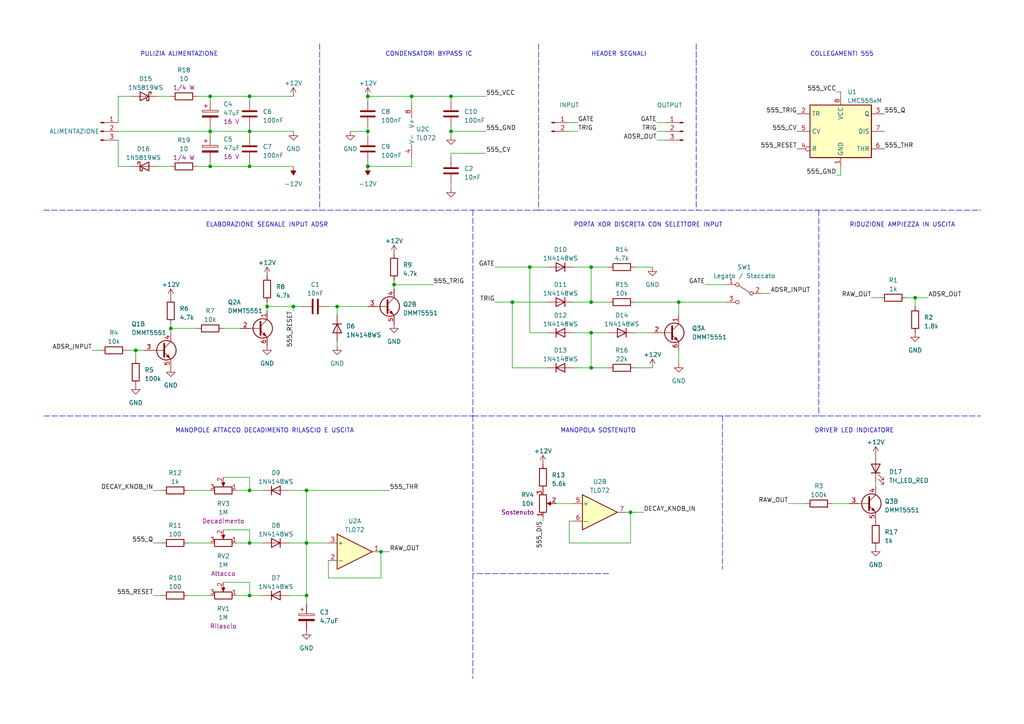
<source format=kicad_sch>
(kicad_sch (version 20230121) (generator eeschema)
  (paper "A4")
  (title_block (title "GENERATORE DI INVILUPPO ADSR") (date "2023-03-20") (rev "1"))
  (lib_symbols
    (symbol "Amplifier_Operational:TL072" (pin_names (offset 0.127))
      (property "Reference" "U" (at 0 5.08 0))
      (property "Value" "TL072" (at 0 -5.08 0))
      (symbol "TL072_1_1"
        (polyline (pts (xy -5.08 5.08) (xy 5.08 0) (xy -5.08 -5.08) (xy -5.08 5.08)) (stroke (width 0.254)) (fill (type background)))
        (pin output line (at 7.62 0 180) (length 2.54) (name "~") (number "1"))
        (pin input line (at -7.62 -2.54 0) (length 2.54) (name "-") (number "2"))
        (pin input line (at -7.62 2.54 0) (length 2.54) (name "+") (number "3"))
      )
      (symbol "TL072_2_1"
        (polyline (pts (xy -5.08 5.08) (xy 5.08 0) (xy -5.08 -5.08) (xy -5.08 5.08)) (stroke (width 0.254)) (fill (type background)))
        (pin input line (at -7.62 2.54 0) (length 2.54) (name "+") (number "5"))
        (pin input line (at -7.62 -2.54 0) (length 2.54) (name "-") (number "6"))
        (pin output line (at 7.62 0 180) (length 2.54) (name "~") (number "7"))
      )
      (symbol "TL072_3_1"
        (pin power_in line (at -2.54 -7.62 90) (length 3.81) (name "V-") (number "4"))
        (pin power_in line (at -2.54 7.62 270) (length 3.81) (name "V+") (number "8"))
      )
    )
    (symbol "Connector:Conn_01x02_Pin" (pin_names (offset 1.016) hide)
      (property "Reference" "J" (at 0 2.54 0))
      (property "Value" "Conn_01x02_Pin" (at 0 -5.08 0))
      (symbol "Conn_01x02_Pin_1_1"
        (polyline (pts (xy 1.27 -2.54) (xy 0.8636 -2.54)) (stroke (width 0.1524)))
        (polyline (pts (xy 1.27 0) (xy 0.8636 0)) (stroke (width 0.1524)))
        (rectangle (start 0.8636 -2.413) (end 0 -2.667) (stroke (width 0.1524)) (fill (type outline)))
        (rectangle (start 0.8636 0.127) (end 0 -0.127) (stroke (width 0.1524)) (fill (type outline)))
        (pin passive line (at 5.08 0 180) (length 3.81) (name "Pin_1") (number "1"))
        (pin passive line (at 5.08 -2.54 180) (length 3.81) (name "Pin_2") (number "2"))
      )
    )
    (symbol "Connector:Conn_01x03_Pin" (pin_names (offset 1.016) hide)
      (property "Reference" "J" (at 0 5.08 0))
      (property "Value" "Conn_01x03_Pin" (at 0 -5.08 0))
      (symbol "Conn_01x03_Pin_1_1"
        (polyline (pts (xy 1.27 -2.54) (xy 0.8636 -2.54)) (stroke (width 0.1524)))
        (polyline (pts (xy 1.27 0) (xy 0.8636 0)) (stroke (width 0.1524)))
        (polyline (pts (xy 1.27 2.54) (xy 0.8636 2.54)) (stroke (width 0.1524)))
        (rectangle (start 0.8636 -2.413) (end 0 -2.667) (stroke (width 0.1524)) (fill (type outline)))
        (rectangle (start 0.8636 0.127) (end 0 -0.127) (stroke (width 0.1524)) (fill (type outline)))
        (rectangle (start 0.8636 2.667) (end 0 2.413) (stroke (width 0.1524)) (fill (type outline)))
        (pin passive line (at 5.08 2.54 180) (length 3.81) (name "Pin_1") (number "1"))
        (pin passive line (at 5.08 0 180) (length 3.81) (name "Pin_2") (number "2"))
        (pin passive line (at 5.08 -2.54 180) (length 3.81) (name "Pin_3") (number "3"))
      )
    )
    (symbol "Device:C" (pin_numbers hide) (pin_names (offset 0.254))
      (property "Reference" "C" (at 0.635 2.54 0))
      (property "Value" "C" (at 0.635 -2.54 0))
      (symbol "C_0_1"
        (polyline (pts (xy -2.032 -0.762) (xy 2.032 -0.762)) (stroke (width 0.508)))
        (polyline (pts (xy -2.032 0.762) (xy 2.032 0.762)) (stroke (width 0.508)))
      )
      (symbol "C_1_1"
        (pin passive line (at 0 3.81 270) (length 2.794) (name "~") (number "1"))
        (pin passive line (at 0 -3.81 90) (length 2.794) (name "~") (number "2"))
      )
    )
    (symbol "Device:C_Polarized" (pin_numbers hide) (pin_names (offset 0.254))
      (property "Reference" "C" (at 0.635 2.54 0))
      (property "Value" "C_Polarized" (at 0.635 -2.54 0))
      (symbol "C_Polarized_0_1"
        (rectangle (start -2.286 0.508) (end 2.286 1.016))
        (polyline (pts (xy -1.778 2.286) (xy -0.762 2.286)))
        (polyline (pts (xy -1.27 2.794) (xy -1.27 1.778)))
        (rectangle (start 2.286 -0.508) (end -2.286 -1.016) (fill (type outline)))
      )
      (symbol "C_Polarized_1_1"
        (pin passive line (at 0 3.81 270) (length 2.794) (name "~") (number "1"))
        (pin passive line (at 0 -3.81 90) (length 2.794) (name "~") (number "2"))
      )
    )
    (symbol "Device:LED" (pin_numbers hide) (pin_names (offset 1.016) hide)
      (property "Reference" "D" (at 0 2.54 0))
      (property "Value" "LED" (at 0 -2.54 0))
      (symbol "LED_0_1"
        (polyline (pts (xy -1.27 -1.27) (xy -1.27 1.27)) (stroke (width 0.254)))
        (polyline (pts (xy -1.27 0) (xy 1.27 0)))
        (polyline (pts (xy 1.27 -1.27) (xy 1.27 1.27) (xy -1.27 0) (xy 1.27 -1.27)) (stroke (width 0.254)))
        (polyline (pts (xy -3.048 -0.762) (xy -4.572 -2.286) (xy -3.81 -2.286) (xy -4.572 -2.286) (xy -4.572 -1.524)))
        (polyline (pts (xy -1.778 -0.762) (xy -3.302 -2.286) (xy -2.54 -2.286) (xy -3.302 -2.286) (xy -3.302 -1.524)))
      )
      (symbol "LED_1_1"
        (pin passive line (at -3.81 0 0) (length 2.54) (name "K") (number "1"))
        (pin passive line (at 3.81 0 180) (length 2.54) (name "A") (number "2"))
      )
    )
    (symbol "Device:R" (pin_numbers hide) (pin_names (offset 0))
      (property "Reference" "R" (at 2.032 0 90))
      (property "Value" "R" (at 0 0 90))
      (symbol "R_0_1"
        (rectangle (start -1.016 -2.54) (end 1.016 2.54) (stroke (width 0.254)))
      )
      (symbol "R_1_1"
        (pin passive line (at 0 3.81 270) (length 1.27) (name "~") (number "1"))
        (pin passive line (at 0 -3.81 90) (length 1.27) (name "~") (number "2"))
      )
    )
    (symbol "Device:R_Potentiometer" (pin_names (offset 1.016) hide)
      (property "Reference" "RV" (at -4.445 0 90))
      (property "Value" "R_Potentiometer" (at -2.54 0 90))
      (symbol "R_Potentiometer_0_1"
        (polyline (pts (xy 2.54 0) (xy 1.524 0)))
        (polyline (pts (xy 1.143 0) (xy 2.286 0.508) (xy 2.286 -0.508) (xy 1.143 0)) (fill (type outline)))
        (rectangle (start 1.016 2.54) (end -1.016 -2.54) (stroke (width 0.254)))
      )
      (symbol "R_Potentiometer_1_1"
        (pin passive line (at 0 3.81 270) (length 1.27) (name "1") (number "1"))
        (pin passive line (at 3.81 0 180) (length 1.27) (name "2") (number "2"))
        (pin passive line (at 0 -3.81 90) (length 1.27) (name "3") (number "3"))
      )
    )
    (symbol "Diode:1N4148WS" (pin_numbers hide) (pin_names hide)
      (property "Reference" "D" (at 0 2.54 0))
      (property "Value" "1N4148WS" (at 0 -2.54 0))
      (symbol "1N4148WS_0_1"
        (polyline (pts (xy -1.27 1.27) (xy -1.27 -1.27)) (stroke (width 0.254)))
        (polyline (pts (xy 1.27 0) (xy -1.27 0)))
        (polyline (pts (xy 1.27 1.27) (xy 1.27 -1.27) (xy -1.27 0) (xy 1.27 1.27)) (stroke (width 0.254)))
      )
      (symbol "1N4148WS_1_1"
        (pin passive line (at -3.81 0 0) (length 2.54) (name "K") (number "1"))
        (pin passive line (at 3.81 0 180) (length 2.54) (name "A") (number "2"))
      )
    )
    (symbol "Diode:1N5819WS" (pin_numbers hide) (pin_names (offset 1.016) hide)
      (property "Reference" "D" (at 0 2.54 0))
      (property "Value" "1N5819WS" (at 0 -2.54 0))
      (symbol "1N5819WS_0_1"
        (polyline (pts (xy 1.27 0) (xy -1.27 0)))
        (polyline (pts (xy 1.27 1.27) (xy 1.27 -1.27) (xy -1.27 0) (xy 1.27 1.27)) (stroke (width 0.254)))
        (polyline (pts (xy -1.905 0.635) (xy -1.905 1.27) (xy -1.27 1.27) (xy -1.27 -1.27) (xy -0.635 -1.27) (xy -0.635 -0.635)) (stroke (width 0.254)))
      )
      (symbol "1N5819WS_1_1"
        (pin passive line (at -3.81 0 0) (length 2.54) (name "K") (number "1"))
        (pin passive line (at 3.81 0 180) (length 2.54) (name "A") (number "2"))
      )
    )
    (symbol "Switch:SW_SPDT" (pin_names (offset 0) hide)
      (property "Reference" "SW" (at 0 4.318 0))
      (property "Value" "SW_SPDT" (at 0 -5.08 0))
      (symbol "SW_SPDT_0_0"
        (circle (center -2.032 0) (radius 0.508))
        (circle (center 2.032 -2.54) (radius 0.508))
      )
      (symbol "SW_SPDT_0_1"
        (polyline (pts (xy -1.524 0.254) (xy 1.651 2.286)))
        (circle (center 2.032 2.54) (radius 0.508))
      )
      (symbol "SW_SPDT_1_1"
        (pin passive line (at 5.08 2.54 180) (length 2.54) (name "A") (number "1"))
        (pin passive line (at -5.08 0 0) (length 2.54) (name "B") (number "2"))
        (pin passive line (at 5.08 -2.54 180) (length 2.54) (name "C") (number "3"))
      )
    )
    (symbol "Timer:LMC555xM"
      (property "Reference" "U" (at -10.16 8.89 0))
      (property "Value" "LMC555xM" (at 2.54 8.89 0))
      (symbol "LMC555xM_0_0"
        (pin power_in line (at 0 -10.16 90) (length 2.54) (name "GND") (number "1"))
        (pin power_in line (at 0 10.16 270) (length 2.54) (name "VCC") (number "8"))
      )
      (symbol "LMC555xM_0_1"
        (rectangle (start -8.89 -7.62) (end 8.89 7.62) (stroke (width 0.254)) (fill (type background)))
        (rectangle (start -8.89 -7.62) (end 8.89 7.62) (stroke (width 0.254)) (fill (type background)))
      )
      (symbol "LMC555xM_1_1"
        (pin input line (at -12.7 5.08 0) (length 3.81) (name "TR") (number "2"))
        (pin output line (at 12.7 5.08 180) (length 3.81) (name "Q") (number "3"))
        (pin input inverted (at -12.7 -5.08 0) (length 3.81) (name "R") (number "4"))
        (pin input line (at -12.7 0 0) (length 3.81) (name "CV") (number "5"))
        (pin input line (at 12.7 -5.08 180) (length 3.81) (name "THR") (number "6"))
        (pin input line (at 12.7 0 180) (length 3.81) (name "DIS") (number "7"))
      )
    )
    (symbol "Transistor_BJT:DMMT5551" (pin_names (offset 0) hide)
      (property "Reference" "Q" (at 5.08 2.54 0))
      (property "Value" "DMMT5551" (at 5.08 0 0))
      (symbol "DMMT5551_0_1"
        (polyline (pts (xy 0.635 0) (xy -2.54 0)))
        (polyline (pts (xy 0.635 0.635) (xy 2.54 2.54)))
        (polyline (pts (xy 0.635 -0.635) (xy 2.54 -2.54) (xy 2.54 -2.54)))
        (polyline (pts (xy 0.635 1.905) (xy 0.635 -1.905) (xy 0.635 -1.905)) (stroke (width 0.508)))
        (polyline (pts (xy 1.27 -1.778) (xy 1.778 -1.27) (xy 2.286 -2.286) (xy 1.27 -1.778) (xy 1.27 -1.778)) (fill (type outline)))
        (circle (center 1.27 0) (radius 2.8194) (stroke (width 0.254)))
      )
      (symbol "DMMT5551_1_1"
        (pin passive line (at 2.54 5.08 270) (length 2.54) (name "C1") (number "1"))
        (pin input line (at -5.08 0 0) (length 2.54) (name "B1") (number "2"))
        (pin passive line (at 2.54 -5.08 90) (length 2.54) (name "E1") (number "6"))
      )
      (symbol "DMMT5551_2_1"
        (pin input line (at -5.08 0 0) (length 2.54) (name "B1") (number "3"))
        (pin passive line (at 2.54 5.08 270) (length 2.54) (name "C1") (number "4"))
        (pin passive line (at 2.54 -5.08 90) (length 2.54) (name "E1") (number "5"))
      )
    )
    (symbol "power:+12V" (power) (pin_names (offset 0))
      (property "Value" "+12V" (at 0 3.556 0))
      (symbol "+12V_0_1"
        (polyline (pts (xy -0.762 1.27) (xy 0 2.54)))
        (polyline (pts (xy 0 0) (xy 0 2.54)))
        (polyline (pts (xy 0 2.54) (xy 0.762 1.27)))
      )
      (symbol "+12V_1_1"
        (pin power_in line (at 0 0 90) (length 0) hide (name "+12V") (number "1"))
      )
    )
    (symbol "power:-12V" (power) (pin_names (offset 0))
      (property "Value" "-12V" (at 0 3.81 0))
      (symbol "-12V_0_0"
        (pin power_in line (at 0 0 90) (length 0) hide (name "-12V") (number "1"))
      )
      (symbol "-12V_0_1"
        (polyline (pts (xy 0 0) (xy 0 1.27) (xy 0.762 1.27) (xy 0 2.54) (xy -0.762 1.27) (xy 0 1.27)) (fill (type outline)))
      )
    )
    (symbol "power:GND" (power) (pin_names (offset 0))
      (property "Value" "GND" (at 0 -3.81 0))
      (symbol "GND_0_1"
        (polyline (pts (xy 0 0) (xy 0 -1.27) (xy 1.27 -1.27) (xy 0 -2.54) (xy -1.27 -1.27) (xy 0 -1.27)))
      )
      (symbol "GND_1_1"
        (pin power_in line (at 0 0 270) (length 0) hide (name "GND") (number "1"))
      )
    )
  )
  (junction (at 106.68 38.1))
  (junction (at 153.67 77.47))
  (junction (at 72.39 142.24))
  (junction (at 171.45 106.68))
  (junction (at 72.39 157.48))
  (junction (at 97.79 88.9))
  (junction (at 85.09 88.9))
  (junction (at 130.81 27.94))
  (junction (at 182.88 148.59))
  (junction (at 148.59 87.63))
  (junction (at 171.45 87.63))
  (junction (at 60.96 48.26))
  (junction (at 88.9 172.72))
  (junction (at 77.47 88.9))
  (junction (at 88.9 142.24))
  (junction (at 171.45 77.47))
  (junction (at 196.85 87.63))
  (junction (at 72.39 38.1))
  (junction (at 265.43 86.36))
  (junction (at 88.9 157.48))
  (junction (at 72.39 48.26))
  (junction (at 60.96 27.94))
  (junction (at 39.37 101.6))
  (junction (at 119.38 27.94))
  (junction (at 106.68 48.26))
  (junction (at 110.49 160.02))
  (junction (at 72.39 172.72))
  (junction (at 171.45 96.52))
  (junction (at 49.53 95.25))
  (junction (at 60.96 38.1))
  (junction (at 114.3 82.55))
  (junction (at 72.39 27.94))
  (junction (at 130.81 38.1))
  (junction (at 106.68 27.94))
  (wire (pts (xy 60.96 27.94) (xy 60.96 29.21)))
  (polyline (pts (xy 156.21 12.7) (xy 156.21 60.96)) (stroke (width 0) (type dash)))
  (wire (pts (xy 243.84 26.67) (xy 243.84 27.94)))
  (wire (pts (xy 130.81 54.61) (xy 130.81 53.34)))
  (wire (pts (xy 88.9 157.48) (xy 95.25 157.48)))
  (wire (pts (xy 88.9 142.24) (xy 88.9 157.48)))
  (wire (pts (xy 143.51 87.63) (xy 148.59 87.63)))
  (polyline (pts (xy 137.16 120.65) (xy 284.48 120.65)) (stroke (width 0) (type dash)))
  (wire (pts (xy 72.39 172.72) (xy 76.2 172.72)))
  (wire (pts (xy 196.85 87.63) (xy 210.82 87.63)))
  (wire (pts (xy 196.85 87.63) (xy 196.85 91.44)))
  (wire (pts (xy 72.39 48.26) (xy 85.09 48.26)))
  (wire (pts (xy 114.3 81.28) (xy 114.3 82.55)))
  (wire (pts (xy 77.47 88.9) (xy 77.47 90.17)))
  (wire (pts (xy 119.38 45.72) (xy 119.38 48.26)))
  (wire (pts (xy 49.53 95.25) (xy 49.53 96.52)))
  (wire (pts (xy 140.97 44.45) (xy 130.81 44.45)))
  (wire (pts (xy 54.61 172.72) (xy 60.96 172.72)))
  (wire (pts (xy 171.45 77.47) (xy 176.53 77.47)))
  (wire (pts (xy 95.25 88.9) (xy 97.79 88.9)))
  (wire (pts (xy 166.37 151.13) (xy 165.1 151.13)))
  (wire (pts (xy 85.09 88.9) (xy 85.09 90.17)))
  (wire (pts (xy 252.73 86.36) (xy 255.27 86.36)))
  (wire (pts (xy 88.9 172.72) (xy 88.9 157.48)))
  (wire (pts (xy 72.39 27.94) (xy 85.09 27.94)))
  (wire (pts (xy 196.85 101.6) (xy 196.85 105.41)))
  (wire (pts (xy 97.79 99.06) (xy 97.79 100.33)))
  (wire (pts (xy 153.67 96.52) (xy 153.67 77.47)))
  (wire (pts (xy 167.64 35.56) (xy 165.1 35.56)))
  (polyline (pts (xy 237.49 60.96) (xy 237.49 120.65)) (stroke (width 0) (type dash)))
  (wire (pts (xy 106.68 46.99) (xy 106.68 48.26)))
  (wire (pts (xy 265.43 86.36) (xy 265.43 88.9)))
  (wire (pts (xy 106.68 38.1) (xy 106.68 39.37)))
  (wire (pts (xy 72.39 153.67) (xy 72.39 157.48)))
  (wire (pts (xy 60.96 36.83) (xy 60.96 38.1)))
  (wire (pts (xy 64.77 138.43) (xy 72.39 138.43)))
  (wire (pts (xy 45.72 27.94) (xy 49.53 27.94)))
  (wire (pts (xy 130.81 27.94) (xy 130.81 29.21)))
  (wire (pts (xy 49.53 93.98) (xy 49.53 95.25)))
  (wire (pts (xy 157.48 149.86) (xy 157.48 151.13)))
  (wire (pts (xy 34.29 35.56) (xy 34.29 27.94)))
  (polyline (pts (xy 137.16 120.65) (xy 137.16 196.85)) (stroke (width 0) (type dash)))
  (wire (pts (xy 49.53 95.25) (xy 57.15 95.25)))
  (wire (pts (xy 77.47 88.9) (xy 85.09 88.9)))
  (wire (pts (xy 106.68 29.21) (xy 106.68 27.94)))
  (wire (pts (xy 34.29 27.94) (xy 38.1 27.94)))
  (wire (pts (xy 68.58 142.24) (xy 72.39 142.24)))
  (wire (pts (xy 265.43 86.36) (xy 269.24 86.36)))
  (wire (pts (xy 148.59 106.68) (xy 148.59 87.63)))
  (wire (pts (xy 39.37 104.14) (xy 39.37 101.6)))
  (wire (pts (xy 176.53 106.68) (xy 171.45 106.68)))
  (wire (pts (xy 95.25 162.56) (xy 95.25 167.64)))
  (wire (pts (xy 54.61 157.48) (xy 60.96 157.48)))
  (wire (pts (xy 184.15 96.52) (xy 189.23 96.52)))
  (wire (pts (xy 171.45 87.63) (xy 171.45 77.47)))
  (wire (pts (xy 34.29 40.64) (xy 34.29 48.26)))
  (wire (pts (xy 68.58 157.48) (xy 72.39 157.48)))
  (wire (pts (xy 166.37 106.68) (xy 171.45 106.68)))
  (wire (pts (xy 182.88 157.48) (xy 182.88 148.59)))
  (wire (pts (xy 130.81 44.45) (xy 130.81 45.72)))
  (wire (pts (xy 44.45 142.24) (xy 46.99 142.24)))
  (wire (pts (xy 171.45 87.63) (xy 176.53 87.63)))
  (wire (pts (xy 34.29 48.26) (xy 38.1 48.26)))
  (wire (pts (xy 54.61 142.24) (xy 60.96 142.24)))
  (wire (pts (xy 130.81 36.83) (xy 130.81 38.1)))
  (wire (pts (xy 72.39 168.91) (xy 72.39 172.72)))
  (wire (pts (xy 262.89 86.36) (xy 265.43 86.36)))
  (polyline (pts (xy 92.71 12.7) (xy 92.71 60.96)) (stroke (width 0) (type dash)))
  (wire (pts (xy 83.82 157.48) (xy 88.9 157.48)))
  (wire (pts (xy 72.39 38.1) (xy 60.96 38.1)))
  (wire (pts (xy 72.39 39.37) (xy 72.39 38.1)))
  (wire (pts (xy 242.57 26.67) (xy 243.84 26.67)))
  (wire (pts (xy 184.15 77.47) (xy 189.23 77.47)))
  (wire (pts (xy 158.75 96.52) (xy 153.67 96.52)))
  (wire (pts (xy 171.45 96.52) (xy 171.45 106.68)))
  (wire (pts (xy 114.3 82.55) (xy 125.73 82.55)))
  (wire (pts (xy 181.61 148.59) (xy 182.88 148.59)))
  (wire (pts (xy 254 139.7) (xy 254 140.97)))
  (wire (pts (xy 95.25 167.64) (xy 110.49 167.64)))
  (wire (pts (xy 165.1 38.1) (xy 167.64 38.1)))
  (polyline (pts (xy 137.16 60.96) (xy 137.16 120.65)) (stroke (width 0) (type dash)))
  (polyline (pts (xy 12.7 120.65) (xy 137.16 120.65)) (stroke (width 0) (type dash)))
  (wire (pts (xy 119.38 27.94) (xy 130.81 27.94)))
  (wire (pts (xy 110.49 167.64) (xy 110.49 160.02)))
  (wire (pts (xy 97.79 91.44) (xy 97.79 88.9)))
  (wire (pts (xy 97.79 88.9) (xy 106.68 88.9)))
  (wire (pts (xy 182.88 148.59) (xy 186.69 148.59)))
  (wire (pts (xy 26.67 101.6) (xy 29.21 101.6)))
  (wire (pts (xy 72.39 27.94) (xy 72.39 29.21)))
  (wire (pts (xy 110.49 160.02) (xy 113.03 160.02)))
  (wire (pts (xy 72.39 142.24) (xy 76.2 142.24)))
  (wire (pts (xy 166.37 77.47) (xy 171.45 77.47)))
  (wire (pts (xy 60.96 39.37) (xy 60.96 38.1)))
  (wire (pts (xy 44.45 157.48) (xy 46.99 157.48)))
  (wire (pts (xy 64.77 168.91) (xy 72.39 168.91)))
  (wire (pts (xy 68.58 172.72) (xy 72.39 172.72)))
  (wire (pts (xy 87.63 88.9) (xy 85.09 88.9)))
  (polyline (pts (xy 209.55 120.65) (xy 209.55 165.1)) (stroke (width 0) (type dash)))
  (wire (pts (xy 166.37 87.63) (xy 171.45 87.63)))
  (polyline (pts (xy 156.21 60.96) (xy 284.48 60.96)) (stroke (width 0) (type dash)))
  (wire (pts (xy 72.39 157.48) (xy 76.2 157.48)))
  (wire (pts (xy 204.47 82.55) (xy 210.82 82.55)))
  (wire (pts (xy 64.77 95.25) (xy 69.85 95.25)))
  (wire (pts (xy 130.81 27.94) (xy 140.97 27.94)))
  (wire (pts (xy 148.59 87.63) (xy 158.75 87.63)))
  (wire (pts (xy 45.72 48.26) (xy 49.53 48.26)))
  (wire (pts (xy 143.51 77.47) (xy 153.67 77.47)))
  (wire (pts (xy 106.68 27.94) (xy 119.38 27.94)))
  (wire (pts (xy 77.47 87.63) (xy 77.47 88.9)))
  (wire (pts (xy 190.5 35.56) (xy 193.04 35.56)))
  (polyline (pts (xy 201.93 12.7) (xy 201.93 60.96)) (stroke (width 0) (type dash)))
  (wire (pts (xy 190.5 38.1) (xy 193.04 38.1)))
  (wire (pts (xy 106.68 48.26) (xy 119.38 48.26)))
  (wire (pts (xy 72.39 48.26) (xy 72.39 46.99)))
  (wire (pts (xy 161.29 146.05) (xy 166.37 146.05)))
  (wire (pts (xy 119.38 27.94) (xy 119.38 30.48)))
  (wire (pts (xy 130.81 38.1) (xy 140.97 38.1)))
  (wire (pts (xy 165.1 151.13) (xy 165.1 157.48)))
  (wire (pts (xy 60.96 27.94) (xy 72.39 27.94)))
  (wire (pts (xy 60.96 48.26) (xy 72.39 48.26)))
  (wire (pts (xy 57.15 48.26) (xy 60.96 48.26)))
  (wire (pts (xy 72.39 38.1) (xy 85.09 38.1)))
  (wire (pts (xy 176.53 96.52) (xy 171.45 96.52)))
  (wire (pts (xy 241.3 146.05) (xy 246.38 146.05)))
  (wire (pts (xy 64.77 153.67) (xy 72.39 153.67)))
  (wire (pts (xy 165.1 157.48) (xy 182.88 157.48)))
  (polyline (pts (xy 12.7 60.96) (xy 92.71 60.96)) (stroke (width 0) (type dash)))
  (wire (pts (xy 106.68 36.83) (xy 106.68 38.1)))
  (wire (pts (xy 158.75 106.68) (xy 148.59 106.68)))
  (wire (pts (xy 34.29 38.1) (xy 60.96 38.1)))
  (wire (pts (xy 36.83 101.6) (xy 39.37 101.6)))
  (polyline (pts (xy 176.53 166.37) (xy 137.16 166.37)) (stroke (width 0) (type dash)))
  (wire (pts (xy 166.37 96.52) (xy 171.45 96.52)))
  (wire (pts (xy 88.9 172.72) (xy 88.9 175.26)))
  (wire (pts (xy 101.6 38.1) (xy 106.68 38.1)))
  (wire (pts (xy 184.15 106.68) (xy 189.23 106.68)))
  (wire (pts (xy 184.15 87.63) (xy 196.85 87.63)))
  (wire (pts (xy 242.57 50.8) (xy 243.84 50.8)))
  (wire (pts (xy 72.39 36.83) (xy 72.39 38.1)))
  (wire (pts (xy 233.68 146.05) (xy 228.6 146.05)))
  (wire (pts (xy 220.98 85.09) (xy 223.52 85.09)))
  (wire (pts (xy 190.5 40.64) (xy 193.04 40.64)))
  (wire (pts (xy 39.37 101.6) (xy 41.91 101.6)))
  (wire (pts (xy 60.96 48.26) (xy 60.96 46.99)))
  (wire (pts (xy 153.67 77.47) (xy 158.75 77.47)))
  (wire (pts (xy 88.9 142.24) (xy 113.03 142.24)))
  (wire (pts (xy 130.81 38.1) (xy 130.81 39.37)))
  (wire (pts (xy 57.15 27.94) (xy 60.96 27.94)))
  (wire (pts (xy 44.45 172.72) (xy 46.99 172.72)))
  (wire (pts (xy 83.82 142.24) (xy 88.9 142.24)))
  (wire (pts (xy 114.3 82.55) (xy 114.3 83.82)))
  (wire (pts (xy 83.82 172.72) (xy 88.9 172.72)))
  (wire (pts (xy 243.84 50.8) (xy 243.84 48.26)))
  (polyline (pts (xy 92.71 60.96) (xy 156.21 60.96)) (stroke (width 0) (type dash)))
  (wire (pts (xy 72.39 138.43) (xy 72.39 142.24)))
  (text "DRIVER LED INDICATORE\n" (at 236.22 125.73 0) (effects (font (size 1.27 1.27)) (justify left bottom)))
  (text "MANOPOLA SOSTENUTO" (at 162.56 125.73 0) (effects (font (size 1.27 1.27)) (justify left bottom)))
  (text "PORTA XOR DISCRETA CON SELETTORE INPUT\n" (at 166.37 66.04 0) (effects (font (size 1.27 1.27)) (justify left bottom)))
  (text "MANOPOLE ATTACCO DECADIMENTO RILASCIO E USCITA\n" (at 50.8 125.73 0) (effects (font (size 1.27 1.27)) (justify left bottom)))
  (text "PULIZIA ALIMENTAZIONE\n" (at 40.64 16.51 0) (effects (font (size 1.27 1.27)) (justify left bottom)))
  (text "ELABORAZIONE SEGNALE INPUT ADSR" (at 59.69 66.04 0) (effects (font (size 1.27 1.27)) (justify left bottom)))
  (text "CONDENSATORI BYPASS IC" (at 111.76 16.51 0) (effects (font (size 1.27 1.27)) (justify left bottom)))
  (text "HEADER SEGNALI" (at 171.45 16.51 0) (effects (font (size 1.27 1.27)) (justify left bottom)))
  (text "RIDUZIONE AMPIEZZA IN USCITA" (at 246.38 66.04 0) (effects (font (size 1.27 1.27)) (justify left bottom)))
  (text "COLLEGAMENTI 555" (at 234.95 16.51 0) (effects (font (size 1.27 1.27)) (justify left bottom)))
  (label "GATE" (at 204.47 82.55 180))
  (label "ADSR_OUT" (at 190.5 40.64 180))
  (label "DECAY_KNOB_IN" (at 44.45 142.24 180))
  (label "GATE" (at 143.51 77.47 180))
  (label "555_Q" (at 44.45 157.48 180))
  (label "ADSR_OUT" (at 269.24 86.36 0))
  (label "555_VCC" (at 242.57 26.67 180))
  (label "RAW_OUT" (at 252.73 86.36 180))
  (label "555_CV" (at 231.14 38.1 180))
  (label "RAW_OUT" (at 228.6 146.05 180))
  (label "TRIG" (at 190.5 38.1 180))
  (label "DECAY_KNOB_IN" (at 186.69 148.59 0))
  (label "TRIG" (at 143.51 87.63 180))
  (label "ADSR_INPUT" (at 26.67 101.6 180))
  (label "555_TRIG" (at 231.14 33.02 180))
  (label "ADSR_INPUT" (at 223.52 85.09 0))
  (label "555_RESET" (at 44.45 172.72 180))
  (label "TRIG" (at 167.64 38.1 0))
  (label "555_GND" (at 140.97 38.1 0))
  (label "RAW_OUT" (at 113.03 160.02 0))
  (label "555_Q" (at 256.54 33.02 0))
  (label "555_DIS" (at 157.48 151.13 270))
  (label "555_THR" (at 113.03 142.24 0))
  (label "555_RESET" (at 231.14 43.18 180))
  (label "555_RESET" (at 85.09 90.17 270))
  (label "GATE" (at 167.64 35.56 0))
  (label "555_GND" (at 242.57 50.8 180))
  (label "GATE" (at 190.5 35.56 180))
  (label "555_THR" (at 256.54 43.18 0))
  (label "555_TRIG" (at 125.73 82.55 0))
  (label "555_VCC" (at 140.97 27.94 0))
  (label "555_CV" (at 140.97 44.45 0))
  (symbol (lib_id "Amplifier_Operational:TL072") (at 121.92 38.1 0) (unit 3)
    (property "Reference" "U2" (at 120.65 37.465 0) (effects (justify left)))
    (property "Value" "TL072" (at 120.65 40.005 0) (effects (justify left)))
    (property "Footprint" "Package_SO:SO-8_3.9x4.9mm_P1.27mm" (effects hide))
    (property "Datasheet" "TL072CDT" (effects hide))
  )
  (symbol (lib_id "Device:C") (at 91.44 88.9 90) (unit 1)
    (property "Reference" "C1" (at 91.44 82.55 90))
    (property "Value" "10nF" (at 91.44 85.09 90))
    (property "Footprint" "Capacitor_SMD:C_0402_1005Metric" (effects hide))
    (property "Datasheet" "CL05B103KB5NNNC" (effects hide))
  )
  (symbol (lib_id "Diode:1N4148WS") (at 97.79 95.25 270) (unit 1)
    (property "Reference" "D6" (at 100.33 94.615 90) (effects (justify left)))
    (property "Value" "1N4148WS" (at 100.33 97.155 90) (effects (justify left)))
    (property "Footprint" "Diode_SMD:D_SOD-323" (effects hide))
    (property "Datasheet" "https://www.vishay.com/docs/85751/1n4148ws.pdf" (effects hide))
    (property "Sim.Device" "D" (effects hide))
    (property "Sim.Pins" "1=K 2=A" (effects hide))
  )
  (symbol (lib_id "Transistor_BJT:DMMT5551") (at 46.99 101.6 0) (unit 2)
    (property "Reference" "Q1" (at 38.1 93.98 0) (effects (justify left)))
    (property "Value" "DMMT5551" (at 38.1 96.52 0) (effects (justify left)))
    (property "Footprint" "Package_TO_SOT_SMD:SOT-23-6" (effects hide))
    (property "Datasheet" "https://datasheet.lcsc.com/lcsc/1912111437_Diodes-Incorporated-DMMT5551-7-F_C445514.pdf" (effects hide))
  )
  (symbol (lib_id "power:GND") (at 49.53 106.68 0) (unit 1)
    (property "Reference" "#PWR012" (effects hide))
    (property "Value" "GND" (at 49.53 111.76 0))
  )
  (symbol (lib_id "Device:C") (at 106.68 43.18 0) (unit 1)
    (property "Reference" "C9" (at 110.49 42.545 0) (effects (justify left)))
    (property "Value" "100nF" (at 110.49 45.085 0) (effects (justify left)))
    (property "Footprint" "Capacitor_SMD:C_0402_1005Metric" (effects hide))
    (property "Datasheet" "CL05B104KO5NNNC" (effects hide))
  )
  (symbol (lib_id "Device:C") (at 130.81 33.02 0) (unit 1)
    (property "Reference" "C10" (at 134.62 32.385 0) (effects (justify left)))
    (property "Value" "100nF" (at 134.62 34.925 0) (effects (justify left)))
    (property "Footprint" "Capacitor_SMD:C_0402_1005Metric" (effects hide))
    (property "Datasheet" "CL05B104KO5NNNC" (effects hide))
  )
  (symbol (lib_id "power:GND") (at 189.23 77.47 0) (mirror y) (unit 1)
    (property "Reference" "#PWR022" (effects hide))
    (property "Value" "GND" (at 189.23 82.55 0))
  )
  (symbol (lib_id "Transistor_BJT:DMMT5551") (at 74.93 95.25 0) (unit 1)
    (property "Reference" "Q2" (at 66.04 87.63 0) (effects (justify left)))
    (property "Value" "DMMT5551" (at 66.04 90.17 0) (effects (justify left)))
    (property "Footprint" "Package_TO_SOT_SMD:SOT-23-6" (effects hide))
    (property "Datasheet" "https://datasheet.lcsc.com/lcsc/1912111437_Diodes-Incorporated-DMMT5551-7-F_C445514.pdf" (effects hide))
  )
  (symbol (lib_id "Device:LED") (at 254 135.89 90) (unit 1)
    (property "Reference" "D17" (at 257.81 136.8425 90) (effects (justify right)))
    (property "Value" "TH_LED_RED" (at 257.81 139.3825 90) (effects (justify right)))
    (property "Footprint" "Connector_PinHeader_2.54mm:PinHeader_1x02_P2.54mm_Vertical" (effects hide))
  )
  (symbol (lib_id "Diode:1N4148WS") (at 180.34 96.52 0) (mirror y) (unit 1)
    (property "Reference" "D14" (at 180.34 91.44 0))
    (property "Value" "1N4148WS" (at 180.34 93.98 0))
    (property "Footprint" "Diode_SMD:D_SOD-323" (effects hide))
    (property "Datasheet" "https://www.vishay.com/docs/85751/1n4148ws.pdf" (effects hide))
    (property "Sim.Device" "D" (effects hide))
    (property "Sim.Pins" "1=K 2=A" (effects hide))
  )
  (symbol (lib_id "Device:C") (at 72.39 33.02 0) (unit 1)
    (property "Reference" "C6" (at 76.2 32.385 0) (effects (justify left)))
    (property "Value" "100nF" (at 76.2 34.925 0) (effects (justify left)))
    (property "Footprint" "Capacitor_SMD:C_0402_1005Metric" (effects hide))
    (property "Datasheet" "CL05B104KO5NNNC" (effects hide))
  )
  (symbol (lib_id "Device:R") (at 237.49 146.05 90) (unit 1)
    (property "Reference" "R3" (at 237.49 140.97 90))
    (property "Value" "100k" (at 237.49 143.51 90))
    (property "Footprint" "Resistor_SMD:R_01005_0402Metric" (effects hide))
    (property "Datasheet" "0402WGF1003TCE" (effects hide))
  )
  (symbol (lib_id "Diode:1N4148WS") (at 80.01 157.48 0) (mirror y) (unit 1)
    (property "Reference" "D8" (at 80.01 152.4 0))
    (property "Value" "1N4148WS" (at 80.01 154.94 0))
    (property "Footprint" "Diode_SMD:D_SOD-323" (effects hide))
    (property "Datasheet" "https://www.vishay.com/docs/85751/1n4148ws.pdf" (effects hide))
    (property "Sim.Device" "D" (effects hide))
    (property "Sim.Pins" "1=K 2=A" (effects hide))
  )
  (symbol (lib_id "Device:R") (at 53.34 27.94 270) (unit 1)
    (property "Reference" "R18" (at 53.34 20.32 90))
    (property "Value" "10" (at 53.34 22.86 90))
    (property "Footprint" "Resistor_SMD:R_1206_3216Metric" (effects hide))
    (property "Datasheet" "1206W4F100JT5E" (effects hide))
    (property "Power Rating" "1/4 W" (at 53.34 25.4 90))
  )
  (symbol (lib_id "Timer:LMC555xM") (at 243.84 38.1 0) (unit 1)
    (property "Reference" "U1" (at 245.7959 26.67 0) (effects (justify left)))
    (property "Value" "LMC555xM" (at 245.7959 29.21 0) (effects (justify left)))
    (property "Footprint" "Package_SO:SOIC-8_3.9x4.9mm_P1.27mm" (effects hide))
    (property "Datasheet" "LMC555M/TR" (effects hide))
  )
  (symbol (lib_id "Device:R_Potentiometer") (at 64.77 142.24 270) (mirror x) (unit 1)
    (property "Reference" "RV3" (at 64.77 146.05 90))
    (property "Value" "1M" (at 64.77 148.59 90))
    (property "Footprint" "Connector_PinSocket_2.54mm:PinSocket_1x03_P2.54mm_Vertical" (effects hide))
    (property "Control" "Decadimento" (at 64.77 151.13 90))
  )
  (symbol (lib_id "Switch:SW_SPDT") (at 215.9 85.09 0) (mirror y) (unit 1)
    (property "Reference" "SW1" (at 215.9 77.47 0))
    (property "Value" "Legato / Staccato" (at 215.9 80.01 0))
    (property "Footprint" "Connector_PinSocket_2.54mm:PinSocket_1x03_P2.54mm_Vertical" (effects hide))
  )
  (symbol (lib_id "power:GND") (at 196.85 105.41 0) (unit 1)
    (property "Reference" "#PWR024" (effects hide))
    (property "Value" "GND" (at 196.85 110.49 0))
  )
  (symbol (lib_id "power:+12V") (at 85.09 27.94 0) (unit 1)
    (property "Reference" "#PWR01" (effects hide))
    (property "Value" "+12V" (at 85.09 24.13 0))
  )
  (symbol (lib_id "Transistor_BJT:DMMT5551") (at 111.76 88.9 0) (unit 2)
    (property "Reference" "Q2" (at 116.84 88.265 0) (effects (justify left)))
    (property "Value" "DMMT5551" (at 116.84 90.805 0) (effects (justify left)))
    (property "Footprint" "Package_TO_SOT_SMD:SOT-23-6" (effects hide))
    (property "Datasheet" "https://datasheet.lcsc.com/lcsc/1912111437_Diodes-Incorporated-DMMT5551-7-F_C445514.pdf" (effects hide))
  )
  (symbol (lib_id "Device:R") (at 53.34 48.26 270) (unit 1)
    (property "Reference" "R19" (at 53.34 40.64 90))
    (property "Value" "10" (at 53.34 43.18 90))
    (property "Footprint" "Resistor_SMD:R_1206_3216Metric" (effects hide))
    (property "Datasheet" "1206W4F100JT5E" (effects hide))
    (property "Power Rating" "1/4 W" (at 53.34 45.72 90))
  )
  (symbol (lib_id "Connector:Conn_01x03_Pin") (at 198.12 38.1 0) (mirror y) (unit 1)
    (property "Reference" "J3" (effects hide))
    (property "Value" "OUTPUT" (at 190.5 30.48 0) (effects (justify right)))
    (property "Footprint" "Connector_PinHeader_2.54mm:PinHeader_1x03_P2.54mm_Vertical" (effects hide))
  )
  (symbol (lib_id "Device:C") (at 130.81 49.53 0) (unit 1)
    (property "Reference" "C2" (at 134.62 48.895 0) (effects (justify left)))
    (property "Value" "10nF" (at 134.62 51.435 0) (effects (justify left)))
    (property "Footprint" "Capacitor_SMD:C_0402_1005Metric" (effects hide))
    (property "Datasheet" "CL05B104KO5NNNC" (effects hide))
  )
  (symbol (lib_id "Transistor_BJT:DMMT5551") (at 251.46 146.05 0) (unit 2)
    (property "Reference" "Q3" (at 256.54 145.415 0) (effects (justify left)))
    (property "Value" "DMMT5551" (at 256.54 147.955 0) (effects (justify left)))
    (property "Footprint" "Package_TO_SOT_SMD:SOT-23-6" (effects hide))
    (property "Datasheet" "https://datasheet.lcsc.com/lcsc/1912111437_Diodes-Incorporated-DMMT5551-7-F_C445514.pdf" (effects hide))
  )
  (symbol (lib_id "power:+12V") (at 49.53 86.36 0) (unit 1)
    (property "Reference" "#PWR013" (effects hide))
    (property "Value" "+12V" (at 49.53 82.55 0))
  )
  (symbol (lib_id "power:GND") (at 88.9 182.88 0) (unit 1)
    (property "Reference" "#PWR020" (effects hide))
    (property "Value" "GND" (at 88.9 187.96 0))
  )
  (symbol (lib_id "power:GND") (at 254 158.75 0) (unit 1)
    (property "Reference" "#PWR09" (effects hide))
    (property "Value" "GND" (at 254 163.83 0))
  )
  (symbol (lib_id "power:GND") (at 77.47 100.33 0) (unit 1)
    (property "Reference" "#PWR014" (effects hide))
    (property "Value" "GND" (at 77.47 105.41 0))
  )
  (symbol (lib_id "Device:R") (at 180.34 87.63 90) (unit 1)
    (property "Reference" "R15" (at 180.34 82.55 90))
    (property "Value" "10k" (at 180.34 85.09 90))
    (property "Footprint" "Resistor_SMD:R_01005_0402Metric" (effects hide))
    (property "Datasheet" "RC0402FR-0710KL" (effects hide))
  )
  (symbol (lib_id "power:GND") (at 130.81 54.61 0) (unit 1)
    (property "Reference" "#PWR016" (effects hide))
    (property "Value" "GND" (effects hide))
  )
  (symbol (lib_id "Device:R") (at 265.43 92.71 180) (unit 1)
    (property "Reference" "R2" (at 267.97 92.075 0) (effects (justify right)))
    (property "Value" "1.8k" (at 267.97 94.615 0) (effects (justify right)))
    (property "Footprint" "Resistor_SMD:R_01005_0402Metric" (effects hide))
    (property "Datasheet" "WR04X182JTL" (effects hide))
  )
  (symbol (lib_id "power:GND") (at 130.81 39.37 0) (unit 1)
    (property "Reference" "#PWR07" (effects hide))
    (property "Value" "GND" (effects hide))
  )
  (symbol (lib_id "Diode:1N4148WS") (at 162.56 106.68 0) (unit 1)
    (property "Reference" "D13" (at 162.56 101.6 0))
    (property "Value" "1N4148WS" (at 162.56 104.14 0))
    (property "Footprint" "Diode_SMD:D_SOD-323" (effects hide))
    (property "Datasheet" "https://www.vishay.com/docs/85751/1n4148ws.pdf" (effects hide))
    (property "Sim.Device" "D" (effects hide))
    (property "Sim.Pins" "1=K 2=A" (effects hide))
  )
  (symbol (lib_id "Device:R") (at 254 154.94 0) (unit 1)
    (property "Reference" "R17" (at 256.54 154.305 0) (effects (justify left)))
    (property "Value" "1k" (at 256.54 156.845 0) (effects (justify left)))
    (property "Footprint" "Resistor_SMD:R_01005_0402Metric" (effects hide))
    (property "Datasheet" "0402WGF1001TCE" (effects hide))
  )
  (symbol (lib_id "Device:R") (at 259.08 86.36 90) (unit 1)
    (property "Reference" "R1" (at 259.08 81.28 90))
    (property "Value" "1k" (at 259.08 83.82 90))
    (property "Footprint" "Resistor_SMD:R_01005_0402Metric" (effects hide))
    (property "Datasheet" "0402WGF1001TCE" (effects hide))
  )
  (symbol (lib_id "Diode:1N4148WS") (at 162.56 96.52 0) (unit 1)
    (property "Reference" "D12" (at 162.56 91.44 0))
    (property "Value" "1N4148WS" (at 162.56 93.98 0))
    (property "Footprint" "Diode_SMD:D_SOD-323" (effects hide))
    (property "Datasheet" "https://www.vishay.com/docs/85751/1n4148ws.pdf" (effects hide))
    (property "Sim.Device" "D" (effects hide))
    (property "Sim.Pins" "1=K 2=A" (effects hide))
  )
  (symbol (lib_id "Device:C_Polarized") (at 88.9 179.07 0) (unit 1)
    (property "Reference" "C3" (at 92.71 177.546 0) (effects (justify left)))
    (property "Value" "4.7uF" (at 92.71 180.086 0) (effects (justify left)))
    (property "Footprint" "Capacitor_Tantalum_SMD:CP_EIA-3216-18_Kemet-A" (effects hide))
    (property "Datasheet" "TAJA475K016RNJ" (effects hide))
  )
  (symbol (lib_id "power:-12V") (at 85.09 48.26 180) (unit 1)
    (property "Reference" "#PWR03" (effects hide))
    (property "Value" "-12V" (at 85.09 53.34 0))
  )
  (symbol (lib_id "Device:R") (at 180.34 77.47 90) (unit 1)
    (property "Reference" "R14" (at 180.34 72.39 90))
    (property "Value" "4.7k" (at 180.34 74.93 90))
    (property "Footprint" "Resistor_SMD:R_01005_0402Metric" (effects hide))
    (property "Datasheet" "0402WGF4701TCE" (effects hide))
  )
  (symbol (lib_id "Transistor_BJT:DMMT5551") (at 194.31 96.52 0) (unit 1)
    (property "Reference" "Q3" (at 200.66 95.25 0) (effects (justify left)))
    (property "Value" "DMMT5551" (at 200.66 97.79 0) (effects (justify left)))
    (property "Footprint" "Package_TO_SOT_SMD:SOT-23-6" (effects hide))
    (property "Datasheet" "https://datasheet.lcsc.com/lcsc/1912111437_Diodes-Incorporated-DMMT5551-7-F_C445514.pdf" (effects hide))
  )
  (symbol (lib_id "power:GND") (at 97.79 100.33 0) (unit 1)
    (property "Reference" "#PWR017" (effects hide))
    (property "Value" "GND" (at 97.79 105.41 0))
  )
  (symbol (lib_id "power:-12V") (at 106.68 48.26 180) (unit 1)
    (property "Reference" "#PWR06" (effects hide))
    (property "Value" "-12V" (at 106.68 53.34 0))
  )
  (symbol (lib_id "Diode:1N4148WS") (at 80.01 142.24 0) (unit 1)
    (property "Reference" "D9" (at 80.01 137.16 0))
    (property "Value" "1N4148WS" (at 80.01 139.7 0))
    (property "Footprint" "Diode_SMD:D_SOD-323" (effects hide))
    (property "Datasheet" "https://www.vishay.com/docs/85751/1n4148ws.pdf" (effects hide))
    (property "Sim.Device" "D" (effects hide))
    (property "Sim.Pins" "1=K 2=A" (effects hide))
  )
  (symbol (lib_id "Connector:Conn_01x03_Pin") (at 29.21 38.1 0) (unit 1)
    (property "Reference" "J1" (effects hide))
    (property "Value" "ALIMENTAZIONE" (at 21.59 38.1 0))
    (property "Footprint" "Connector_PinHeader_2.54mm:PinHeader_1x03_P2.54mm_Vertical" (effects hide))
  )
  (symbol (lib_id "Device:C") (at 106.68 33.02 0) (unit 1)
    (property "Reference" "C8" (at 110.49 32.385 0) (effects (justify left)))
    (property "Value" "100nF" (at 110.49 34.925 0) (effects (justify left)))
    (property "Footprint" "Capacitor_SMD:C_0402_1005Metric" (effects hide))
    (property "Datasheet" "CL05B104KO5NNNC" (effects hide))
  )
  (symbol (lib_id "Device:R_Potentiometer") (at 157.48 146.05 0) (mirror x) (unit 1)
    (property "Reference" "RV4" (at 154.94 143.51 0) (effects (justify right)))
    (property "Value" "10k" (at 154.94 146.05 0) (effects (justify right)))
    (property "Footprint" "Connector_PinSocket_2.54mm:PinSocket_1x03_P2.54mm_Vertical" (effects hide))
    (property "Control" "Sostenuto" (at 154.94 148.59 0) (effects (justify right)))
  )
  (symbol (lib_id "Diode:1N4148WS") (at 162.56 77.47 0) (mirror y) (unit 1)
    (property "Reference" "D10" (at 162.56 72.39 0))
    (property "Value" "1N4148WS" (at 162.56 74.93 0))
    (property "Footprint" "Diode_SMD:D_SOD-323" (effects hide))
    (property "Datasheet" "https://www.vishay.com/docs/85751/1n4148ws.pdf" (effects hide))
    (property "Sim.Device" "D" (effects hide))
    (property "Sim.Pins" "1=K 2=A" (effects hide))
  )
  (symbol (lib_id "Connector:Conn_01x02_Pin") (at 160.02 35.56 0) (unit 1)
    (property "Reference" "J2" (effects hide))
    (property "Value" "INPUT" (at 165.1 30.48 0))
    (property "Footprint" "Connector_PinHeader_2.54mm:PinHeader_1x02_P2.54mm_Vertical" (effects hide))
  )
  (symbol (lib_id "power:GND") (at 39.37 111.76 0) (unit 1)
    (property "Reference" "#PWR011" (effects hide))
    (property "Value" "GND" (at 39.37 116.84 0))
  )
  (symbol (lib_id "Device:R") (at 50.8 157.48 90) (unit 1)
    (property "Reference" "R11" (at 50.8 152.4 90))
    (property "Value" "100" (at 50.8 154.94 90))
    (property "Footprint" "Resistor_SMD:R_01005_0402Metric" (effects hide))
    (property "Datasheet" "0402WGF1000TCE" (effects hide))
  )
  (symbol (lib_id "Device:R") (at 50.8 142.24 90) (unit 1)
    (property "Reference" "R12" (at 50.8 137.16 90))
    (property "Value" "1k" (at 50.8 139.7 90))
    (property "Footprint" "Resistor_SMD:R_01005_0402Metric" (effects hide))
    (property "Datasheet" "0402WGF1001TCE" (effects hide))
  )
  (symbol (lib_id "Device:R_Potentiometer") (at 64.77 172.72 270) (mirror x) (unit 1)
    (property "Reference" "RV1" (at 64.77 176.53 90))
    (property "Value" "1M" (at 64.77 179.07 90))
    (property "Footprint" "Connector_PinSocket_2.54mm:PinSocket_1x03_P2.54mm_Vertical" (effects hide))
    (property "Control" "Rilascio" (at 64.77 181.61 90))
  )
  (symbol (lib_id "Device:R") (at 39.37 107.95 0) (unit 1)
    (property "Reference" "R5" (at 41.91 107.315 0) (effects (justify left)))
    (property "Value" "100k" (at 41.91 109.855 0) (effects (justify left)))
    (property "Footprint" "Resistor_SMD:R_01005_0402Metric" (effects hide))
    (property "Datasheet" "0402WGF1003TCE" (effects hide))
  )
  (symbol (lib_id "power:GND") (at 85.09 38.1 0) (unit 1)
    (property "Reference" "#PWR02" (effects hide))
    (property "Value" "GND" (at 85.09 43.18 0))
  )
  (symbol (lib_id "Device:R") (at 180.34 106.68 90) (unit 1)
    (property "Reference" "R16" (at 180.34 101.6 90))
    (property "Value" "22k" (at 180.34 104.14 90))
    (property "Footprint" "Resistor_SMD:R_01005_0402Metric" (effects hide))
    (property "Datasheet" "0402WGF2202TCE" (effects hide))
  )
  (symbol (lib_id "Device:R") (at 157.48 138.43 0) (unit 1)
    (property "Reference" "R13" (at 160.02 137.795 0) (effects (justify left)))
    (property "Value" "5.6k" (at 160.02 140.335 0) (effects (justify left)))
    (property "Footprint" "Resistor_SMD:R_01005_0402Metric" (effects hide))
    (property "Datasheet" "0402WGF5601TCE" (effects hide))
  )
  (symbol (lib_id "Diode:1N4148WS") (at 162.56 87.63 0) (mirror y) (unit 1)
    (property "Reference" "D11" (at 162.56 82.55 0))
    (property "Value" "1N4148WS" (at 162.56 85.09 0))
    (property "Footprint" "Diode_SMD:D_SOD-323" (effects hide))
    (property "Datasheet" "https://www.vishay.com/docs/85751/1n4148ws.pdf" (effects hide))
    (property "Sim.Device" "D" (effects hide))
    (property "Sim.Pins" "1=K 2=A" (effects hide))
  )
  (symbol (lib_id "Device:R") (at 77.47 83.82 180) (unit 1)
    (property "Reference" "R8" (at 80.01 83.185 0) (effects (justify right)))
    (property "Value" "4.7k" (at 80.01 85.725 0) (effects (justify right)))
    (property "Footprint" "Resistor_SMD:R_01005_0402Metric" (effects hide))
    (property "Datasheet" "0402WGF4701TCE" (effects hide))
  )
  (symbol (lib_id "Device:R") (at 114.3 77.47 180) (unit 1)
    (property "Reference" "R9" (at 116.84 76.835 0) (effects (justify right)))
    (property "Value" "4.7k" (at 116.84 79.375 0) (effects (justify right)))
    (property "Footprint" "Resistor_SMD:R_01005_0402Metric" (effects hide))
    (property "Datasheet" "0402WGF4701TCE" (effects hide))
  )
  (symbol (lib_id "Device:C_Polarized") (at 60.96 33.02 0) (unit 1)
    (property "Reference" "C4" (at 64.77 30.226 0) (effects (justify left)))
    (property "Value" "47uF" (at 64.77 32.766 0) (effects (justify left)))
    (property "Footprint" "Capacitor_Tantalum_SMD:CP_EIA-3528-12_Kemet-T" (effects hide))
    (property "Datasheet" "CA45-B-16V-47uF-K" (effects hide))
    (property "Voltage Rating" "16 V" (at 64.77 35.306 0) (effects (justify left)))
  )
  (symbol (lib_id "power:+12V") (at 189.23 106.68 0) (mirror y) (unit 1)
    (property "Reference" "#PWR023" (effects hide))
    (property "Value" "+12V" (at 189.23 102.87 0))
  )
  (symbol (lib_id "Device:R") (at 50.8 172.72 90) (unit 1)
    (property "Reference" "R10" (at 50.8 167.64 90))
    (property "Value" "100" (at 50.8 170.18 90))
    (property "Footprint" "Resistor_SMD:R_01005_0402Metric" (effects hide))
    (property "Datasheet" "0402WGF1000TCE" (effects hide))
  )
  (symbol (lib_id "Device:C") (at 72.39 43.18 0) (unit 1)
    (property "Reference" "C7" (at 76.2 42.545 0) (effects (justify left)))
    (property "Value" "100nF" (at 76.2 45.085 0) (effects (justify left)))
    (property "Footprint" "Capacitor_SMD:C_0402_1005Metric" (effects hide))
    (property "Datasheet" "CL05B104KO5NNNC" (effects hide))
  )
  (symbol (lib_id "power:GND") (at 114.3 93.98 0) (unit 1)
    (property "Reference" "#PWR018" (effects hide))
    (property "Value" "GND" (at 114.3 99.06 0))
  )
  (symbol (lib_id "Device:R") (at 60.96 95.25 90) (unit 1)
    (property "Reference" "R7" (at 60.96 90.17 90))
    (property "Value" "10k" (at 60.96 92.71 90))
    (property "Footprint" "Resistor_SMD:R_01005_0402Metric" (effects hide))
    (property "Datasheet" "RC0402FR-0710KL" (effects hide))
  )
  (symbol (lib_id "Device:C_Polarized") (at 60.96 43.18 0) (unit 1)
    (property "Reference" "C5" (at 64.77 40.386 0) (effects (justify left)))
    (property "Value" "47uF" (at 64.77 42.926 0) (effects (justify left)))
    (property "Footprint" "Capacitor_Tantalum_SMD:CP_EIA-3528-12_Kemet-T" (effects hide))
    (property "Datasheet" "CA45-B-16V-47uF-K" (effects hide))
    (property "Voltage Rating" "16 V" (at 64.77 45.466 0) (effects (justify left)))
  )
  (symbol (lib_id "Diode:1N5819WS") (at 41.91 48.26 0) (unit 1)
    (property "Reference" "D16" (at 41.5925 43.18 0))
    (property "Value" "1N5819WS" (at 41.5925 45.72 0))
    (property "Footprint" "Diode_SMD:D_SOD-323" (effects hide))
  )
  (symbol (lib_id "Amplifier_Operational:TL072") (at 102.87 160.02 0) (unit 1)
    (property "Reference" "U2" (at 102.87 151.13 0))
    (property "Value" "TL072" (at 102.87 153.67 0))
    (property "Footprint" "Package_SO:SO-8_3.9x4.9mm_P1.27mm" (effects hide))
    (property "Datasheet" "TL072CDT" (effects hide))
  )
  (symbol (lib_id "power:+12V") (at 254 132.08 0) (unit 1)
    (property "Reference" "#PWR010" (effects hide))
    (property "Value" "+12V" (at 254 128.27 0))
  )
  (symbol (lib_id "Diode:1N4148WS") (at 80.01 172.72 0) (unit 1)
    (property "Reference" "D7" (at 80.01 167.64 0))
    (property "Value" "1N4148WS" (at 80.01 170.18 0))
    (property "Footprint" "Diode_SMD:D_SOD-323" (effects hide))
    (property "Datasheet" "https://www.vishay.com/docs/85751/1n4148ws.pdf" (effects hide))
    (property "Sim.Device" "D" (effects hide))
    (property "Sim.Pins" "1=K 2=A" (effects hide))
  )
  (symbol (lib_id "power:+12V") (at 106.68 27.94 0) (unit 1)
    (property "Reference" "#PWR05" (effects hide))
    (property "Value" "+12V" (at 106.68 24.13 0))
  )
  (symbol (lib_id "power:+12V") (at 77.47 80.01 0) (unit 1)
    (property "Reference" "#PWR015" (effects hide))
    (property "Value" "+12V" (at 77.47 76.2 0))
  )
  (symbol (lib_id "Device:R") (at 33.02 101.6 90) (unit 1)
    (property "Reference" "R4" (at 33.02 96.52 90))
    (property "Value" "10k" (at 33.02 99.06 90))
    (property "Footprint" "Resistor_SMD:R_01005_0402Metric" (effects hide))
    (property "Datasheet" "RC0402FR-0710KL" (effects hide))
  )
  (symbol (lib_id "Amplifier_Operational:TL072") (at 173.99 148.59 0) (unit 2)
    (property "Reference" "U2" (at 173.99 139.7 0))
    (property "Value" "TL072" (at 173.99 142.24 0))
    (property "Footprint" "Package_SO:SO-8_3.9x4.9mm_P1.27mm" (effects hide))
    (property "Datasheet" "TL072CDT" (effects hide))
  )
  (symbol (lib_id "Device:R_Potentiometer") (at 64.77 157.48 270) (mirror x) (unit 1)
    (property "Reference" "RV2" (at 64.77 161.29 90))
    (property "Value" "1M" (at 64.77 163.83 90))
    (property "Footprint" "Connector_PinSocket_2.54mm:PinSocket_1x03_P2.54mm_Vertical" (effects hide))
    (property "Control" "Attacco" (at 64.77 166.37 90))
  )
  (symbol (lib_id "Diode:1N5819WS") (at 41.91 27.94 0) (mirror y) (unit 1)
    (property "Reference" "D15" (at 42.2275 22.86 0))
    (property "Value" "1N5819WS" (at 42.2275 25.4 0))
    (property "Footprint" "Diode_SMD:D_SOD-323" (effects hide))
  )
  (symbol (lib_id "Device:R") (at 49.53 90.17 0) (unit 1)
    (property "Reference" "R6" (at 52.07 89.535 0) (effects (justify left)))
    (property "Value" "4.7k" (at 52.07 92.075 0) (effects (justify left)))
    (property "Footprint" "Resistor_SMD:R_01005_0402Metric" (effects hide))
    (property "Datasheet" "0402WGF4701TCE" (effects hide))
  )
  (symbol (lib_id "power:GND") (at 101.6 38.1 0) (unit 1)
    (property "Reference" "#PWR04" (effects hide))
    (property "Value" "GND" (at 101.6 43.18 0))
  )
  (symbol (lib_id "power:+12V") (at 157.48 134.62 0) (unit 1)
    (property "Reference" "#PWR021" (effects hide))
    (property "Value" "+12V" (at 157.48 130.81 0))
  )
  (symbol (lib_id "power:+12V") (at 114.3 73.66 0) (unit 1)
    (property "Reference" "#PWR019" (effects hide))
    (property "Value" "+12V" (at 114.3 69.85 0))
  )
  (symbol (lib_id "power:GND") (at 265.43 96.52 0) (unit 1)
    (property "Reference" "#PWR08" (effects hide))
    (property "Value" "GND" (at 265.43 101.6 0))
  )
)
</source>
